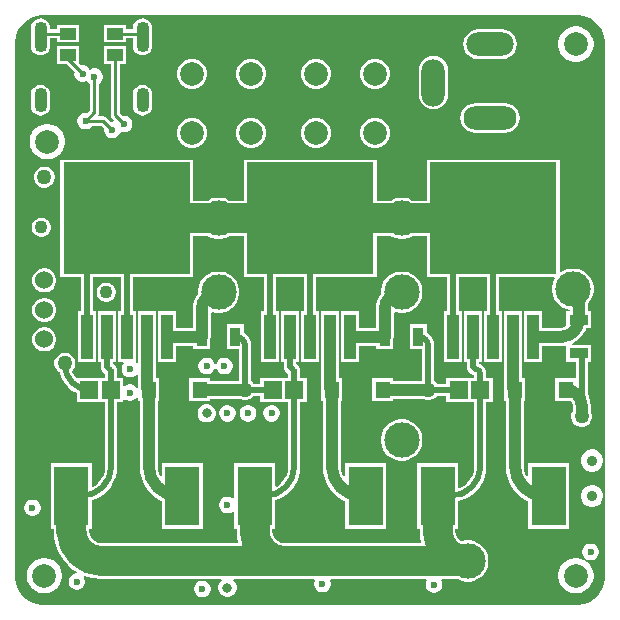
<source format=gbl>
G04*
G04 #@! TF.GenerationSoftware,Altium Limited,CircuitMaker,2.3.0 (2.3.0.3)*
G04*
G04 Layer_Physical_Order=6*
G04 Layer_Color=11436288*
%FSLAX25Y25*%
%MOIN*%
G70*
G04*
G04 #@! TF.SameCoordinates,16FC6845-B66D-4252-ADF8-C3080C0A7A4D*
G04*
G04*
G04 #@! TF.FilePolarity,Positive*
G04*
G01*
G75*
%ADD10C,0.01000*%
%ADD64C,0.09842*%
G04:AMPARAMS|DCode=66|XSize=82.68mil|YSize=43.31mil|CornerRadius=21.65mil|HoleSize=0mil|Usage=FLASHONLY|Rotation=270.000|XOffset=0mil|YOffset=0mil|HoleType=Round|Shape=RoundedRectangle|*
%AMROUNDEDRECTD66*
21,1,0.08268,0.00000,0,0,270.0*
21,1,0.03937,0.04331,0,0,270.0*
1,1,0.04331,0.00000,-0.01968*
1,1,0.04331,0.00000,0.01968*
1,1,0.04331,0.00000,0.01968*
1,1,0.04331,0.00000,-0.01968*
%
%ADD66ROUNDEDRECTD66*%
G04:AMPARAMS|DCode=67|XSize=102.36mil|YSize=43.31mil|CornerRadius=21.65mil|HoleSize=0mil|Usage=FLASHONLY|Rotation=270.000|XOffset=0mil|YOffset=0mil|HoleType=Round|Shape=RoundedRectangle|*
%AMROUNDEDRECTD67*
21,1,0.10236,0.00000,0,0,270.0*
21,1,0.05905,0.04331,0,0,270.0*
1,1,0.04331,0.00000,-0.02953*
1,1,0.04331,0.00000,0.02953*
1,1,0.04331,0.00000,0.02953*
1,1,0.04331,0.00000,-0.02953*
%
%ADD67ROUNDEDRECTD67*%
%ADD68C,0.03543*%
%ADD69C,0.06000*%
%ADD70O,0.07874X0.15748*%
%ADD71O,0.15748X0.07874*%
%ADD72O,0.17716X0.07874*%
%ADD73C,0.07874*%
%ADD74C,0.03150*%
%ADD75C,0.02362*%
%ADD76C,0.04331*%
%ADD77C,0.05000*%
%ADD78C,0.11811*%
%ADD89C,0.01968*%
%ADD94C,0.03937*%
%ADD95R,0.05000X0.05800*%
%ADD96R,0.06102X0.06102*%
%ADD97R,0.03543X0.06496*%
%ADD98R,0.06496X0.03543*%
%ADD99R,0.11811X0.19685*%
%ADD100R,0.05315X0.03937*%
%ADD101R,0.42323X0.37205*%
%ADD102R,0.03937X0.14961*%
G36*
X289767Y296466D02*
X291587Y295712D01*
X293225Y294618D01*
X294618Y293225D01*
X295712Y291587D01*
X296466Y289767D01*
X296850Y287835D01*
Y286850D01*
Y110000D01*
Y109015D01*
X296466Y107083D01*
X295712Y105263D01*
X294618Y103625D01*
X293225Y102233D01*
X291587Y101138D01*
X289767Y100384D01*
X287835Y100000D01*
X109015D01*
X107083Y100384D01*
X105263Y101138D01*
X103625Y102233D01*
X102233Y103625D01*
X101138Y105263D01*
X100384Y107083D01*
X100000Y109015D01*
Y110000D01*
Y169882D01*
Y286850D01*
Y287835D01*
X100384Y289767D01*
X101138Y291587D01*
X102233Y293225D01*
X103625Y294618D01*
X105263Y295712D01*
X107083Y296466D01*
X109015Y296850D01*
X287835D01*
X289767Y296466D01*
D02*
G37*
%LPC*%
G36*
X142598Y295594D02*
X141772Y295485D01*
X141002Y295166D01*
X140341Y294659D01*
X139833Y293998D01*
X139515Y293228D01*
X139406Y292402D01*
Y292081D01*
X137122D01*
Y293520D01*
X129807D01*
Y287583D01*
X137122D01*
Y289022D01*
X139406D01*
Y286496D01*
X139515Y285670D01*
X139833Y284900D01*
X140341Y284239D01*
X141002Y283731D01*
X141772Y283412D01*
X142598Y283303D01*
X143425Y283412D01*
X144195Y283731D01*
X144856Y284239D01*
X145363Y284900D01*
X145682Y285670D01*
X145791Y286496D01*
Y292402D01*
X145682Y293228D01*
X145363Y293998D01*
X144856Y294659D01*
X144195Y295166D01*
X143425Y295485D01*
X142598Y295594D01*
D02*
G37*
G36*
X108583D02*
X107756Y295485D01*
X106986Y295166D01*
X106325Y294659D01*
X105818Y293998D01*
X105499Y293228D01*
X105390Y292402D01*
Y286496D01*
X105499Y285670D01*
X105818Y284900D01*
X106325Y284239D01*
X106986Y283731D01*
X107756Y283412D01*
X108583Y283303D01*
X109409Y283412D01*
X110179Y283731D01*
X110840Y284239D01*
X111348Y284900D01*
X111667Y285670D01*
X111775Y286496D01*
Y289022D01*
X114059D01*
Y287583D01*
X121374D01*
Y293520D01*
X114059D01*
Y292081D01*
X111775D01*
Y292402D01*
X111667Y293228D01*
X111348Y293998D01*
X110840Y294659D01*
X110179Y295166D01*
X109409Y295485D01*
X108583Y295594D01*
D02*
G37*
G36*
X262402Y291987D02*
X254528D01*
X253239Y291818D01*
X252038Y291320D01*
X251006Y290529D01*
X250215Y289498D01*
X249718Y288297D01*
X249548Y287008D01*
X249718Y285719D01*
X250215Y284518D01*
X251006Y283487D01*
X252038Y282695D01*
X253239Y282198D01*
X254528Y282028D01*
X262402D01*
X263690Y282198D01*
X264891Y282695D01*
X265923Y283487D01*
X266714Y284518D01*
X267212Y285719D01*
X267381Y287008D01*
X267212Y288297D01*
X266714Y289498D01*
X265923Y290529D01*
X264891Y291320D01*
X263690Y291818D01*
X262402Y291987D01*
D02*
G37*
G36*
X287590Y292913D02*
X286426D01*
X285285Y292686D01*
X284211Y292241D01*
X283243Y291595D01*
X282421Y290772D01*
X281774Y289805D01*
X281329Y288730D01*
X281102Y287590D01*
Y286426D01*
X281329Y285285D01*
X281774Y284211D01*
X282421Y283243D01*
X283243Y282421D01*
X284211Y281774D01*
X285285Y281329D01*
X286426Y281102D01*
X287590D01*
X288730Y281329D01*
X289805Y281774D01*
X290772Y282421D01*
X291595Y283243D01*
X292241Y284211D01*
X292686Y285285D01*
X292913Y286426D01*
Y287590D01*
X292686Y288730D01*
X292241Y289805D01*
X291595Y290772D01*
X290772Y291595D01*
X289805Y292241D01*
X288730Y292686D01*
X287590Y292913D01*
D02*
G37*
G36*
X179390Y282102D02*
X178090D01*
X176835Y281766D01*
X175709Y281116D01*
X174790Y280197D01*
X174140Y279071D01*
X173803Y277815D01*
Y276515D01*
X174140Y275260D01*
X174790Y274134D01*
X175709Y273215D01*
X176835Y272565D01*
X178090Y272228D01*
X179390D01*
X180646Y272565D01*
X181772Y273215D01*
X182691Y274134D01*
X183341Y275260D01*
X183677Y276515D01*
Y277815D01*
X183341Y279071D01*
X182691Y280197D01*
X181772Y281116D01*
X180646Y281766D01*
X179390Y282102D01*
D02*
G37*
G36*
X159705D02*
X158405D01*
X157150Y281766D01*
X156024Y281116D01*
X155104Y280197D01*
X154455Y279071D01*
X154118Y277815D01*
Y276515D01*
X154455Y275260D01*
X155104Y274134D01*
X156024Y273215D01*
X157150Y272565D01*
X158405Y272228D01*
X159705D01*
X160961Y272565D01*
X162086Y273215D01*
X163006Y274134D01*
X163656Y275260D01*
X163992Y276515D01*
Y277815D01*
X163656Y279071D01*
X163006Y280197D01*
X162086Y281116D01*
X160961Y281766D01*
X159705Y282102D01*
D02*
G37*
G36*
X220729Y282102D02*
X219429D01*
X218173Y281766D01*
X217047Y281116D01*
X216128Y280197D01*
X215478Y279071D01*
X215142Y277815D01*
Y276515D01*
X215478Y275260D01*
X216128Y274134D01*
X217047Y273215D01*
X218173Y272565D01*
X219429Y272228D01*
X220729D01*
X221984Y272565D01*
X223110Y273215D01*
X224029Y274134D01*
X224679Y275260D01*
X225016Y276515D01*
Y277815D01*
X224679Y279071D01*
X224029Y280197D01*
X223110Y281116D01*
X221984Y281766D01*
X220729Y282102D01*
D02*
G37*
G36*
X201044D02*
X199744D01*
X198488Y281766D01*
X197362Y281116D01*
X196443Y280197D01*
X195793Y279071D01*
X195457Y277815D01*
Y276515D01*
X195793Y275260D01*
X196443Y274134D01*
X197362Y273215D01*
X198488Y272565D01*
X199744Y272228D01*
X201044D01*
X202299Y272565D01*
X203425Y273215D01*
X204344Y274134D01*
X204994Y275260D01*
X205331Y276515D01*
Y277815D01*
X204994Y279071D01*
X204344Y280197D01*
X203425Y281116D01*
X202299Y281766D01*
X201044Y282102D01*
D02*
G37*
G36*
X239567Y283129D02*
X238278Y282960D01*
X237077Y282462D01*
X236046Y281671D01*
X235255Y280639D01*
X234757Y279438D01*
X234587Y278150D01*
Y270276D01*
X234757Y268987D01*
X235255Y267786D01*
X236046Y266755D01*
X237077Y265963D01*
X238278Y265466D01*
X239567Y265296D01*
X240856Y265466D01*
X242057Y265963D01*
X243088Y266755D01*
X243879Y267786D01*
X244377Y268987D01*
X244547Y270276D01*
Y278150D01*
X244377Y279438D01*
X243879Y280639D01*
X243088Y281671D01*
X242057Y282462D01*
X240856Y282960D01*
X239567Y283129D01*
D02*
G37*
G36*
X121374Y286433D02*
X114059D01*
Y280496D01*
X117144D01*
X119931Y277710D01*
X119882Y277528D01*
Y276802D01*
X120070Y276102D01*
X120432Y275473D01*
X120946Y274960D01*
X121574Y274597D01*
X122275Y274410D01*
X123001D01*
X123702Y274597D01*
X124156Y274859D01*
X124370Y274489D01*
X124883Y273976D01*
X125045Y273882D01*
Y265004D01*
X124166Y264125D01*
X123985Y264173D01*
X123259D01*
X122558Y263985D01*
X121930Y263623D01*
X121417Y263109D01*
X121054Y262481D01*
X120866Y261780D01*
Y261054D01*
X121054Y260354D01*
X121417Y259725D01*
X121930Y259212D01*
X122558Y258849D01*
X123259Y258661D01*
X123985D01*
X124686Y258849D01*
X125314Y259212D01*
X125827Y259725D01*
X125921Y259888D01*
X128894D01*
X129773Y259009D01*
X129724Y258827D01*
Y258102D01*
X129912Y257401D01*
X130275Y256772D01*
X130788Y256259D01*
X131417Y255896D01*
X132117Y255709D01*
X132843D01*
X133544Y255896D01*
X134172Y256259D01*
X134686Y256772D01*
X135048Y257401D01*
X135074Y257497D01*
X135668Y257781D01*
X136055Y257677D01*
X136780D01*
X137481Y257865D01*
X138110Y258228D01*
X138623Y258741D01*
X138985Y259369D01*
X139173Y260070D01*
Y260796D01*
X138985Y261497D01*
X138623Y262125D01*
X138110Y262638D01*
X137481Y263001D01*
X136780Y263189D01*
X136055D01*
X135873Y263140D01*
X134994Y264019D01*
Y280496D01*
X137122D01*
Y286433D01*
X129807D01*
Y280496D01*
X131935D01*
Y263386D01*
X132052Y262801D01*
X132383Y262304D01*
X132988Y261699D01*
X132904Y261423D01*
X132760Y261221D01*
X132117D01*
X131936Y261172D01*
X130609Y262499D01*
X130113Y262830D01*
X129528Y262947D01*
X127976D01*
X127762Y263447D01*
X127988Y263785D01*
X128104Y264370D01*
Y273882D01*
X128267Y273976D01*
X128780Y274489D01*
X129143Y275117D01*
X129331Y275818D01*
Y276544D01*
X129143Y277245D01*
X128780Y277873D01*
X128267Y278386D01*
X127638Y278749D01*
X126938Y278937D01*
X126212D01*
X125511Y278749D01*
X125057Y278487D01*
X124843Y278857D01*
X124330Y279371D01*
X123702Y279733D01*
X123001Y279921D01*
X122275D01*
X122093Y279873D01*
X121374Y280592D01*
Y286433D01*
D02*
G37*
G36*
X142598Y273508D02*
X141772Y273399D01*
X141002Y273080D01*
X140341Y272572D01*
X139833Y271911D01*
X139515Y271141D01*
X139406Y270315D01*
Y266378D01*
X139515Y265552D01*
X139833Y264782D01*
X140341Y264120D01*
X141002Y263613D01*
X141772Y263294D01*
X142598Y263185D01*
X143425Y263294D01*
X144195Y263613D01*
X144856Y264120D01*
X145363Y264782D01*
X145682Y265552D01*
X145791Y266378D01*
Y270315D01*
X145682Y271141D01*
X145363Y271911D01*
X144856Y272572D01*
X144195Y273080D01*
X143425Y273399D01*
X142598Y273508D01*
D02*
G37*
G36*
X108583D02*
X107756Y273399D01*
X106986Y273080D01*
X106325Y272572D01*
X105818Y271911D01*
X105499Y271141D01*
X105390Y270315D01*
Y266378D01*
X105499Y265552D01*
X105818Y264782D01*
X106325Y264120D01*
X106986Y263613D01*
X107756Y263294D01*
X108583Y263185D01*
X109409Y263294D01*
X110179Y263613D01*
X110840Y264120D01*
X111348Y264782D01*
X111667Y265552D01*
X111775Y266378D01*
Y270315D01*
X111667Y271141D01*
X111348Y271911D01*
X110840Y272572D01*
X110179Y273080D01*
X109409Y273399D01*
X108583Y273508D01*
D02*
G37*
G36*
X263386Y267381D02*
X253543D01*
X252255Y267212D01*
X251054Y266714D01*
X250022Y265923D01*
X249231Y264891D01*
X248733Y263690D01*
X248564Y262402D01*
X248733Y261113D01*
X249231Y259912D01*
X250022Y258880D01*
X251054Y258089D01*
X252255Y257592D01*
X253543Y257422D01*
X263386D01*
X264675Y257592D01*
X265876Y258089D01*
X266907Y258880D01*
X267698Y259912D01*
X268196Y261113D01*
X268365Y262402D01*
X268196Y263690D01*
X267698Y264891D01*
X266907Y265923D01*
X265876Y266714D01*
X264675Y267212D01*
X263386Y267381D01*
D02*
G37*
G36*
X179390Y262417D02*
X178090D01*
X176835Y262081D01*
X175709Y261431D01*
X174790Y260512D01*
X174140Y259386D01*
X173803Y258130D01*
Y256830D01*
X174140Y255575D01*
X174790Y254449D01*
X175709Y253530D01*
X176835Y252880D01*
X178090Y252543D01*
X179390D01*
X180646Y252880D01*
X181772Y253530D01*
X182691Y254449D01*
X183341Y255575D01*
X183677Y256830D01*
Y258130D01*
X183341Y259386D01*
X182691Y260512D01*
X181772Y261431D01*
X180646Y262081D01*
X179390Y262417D01*
D02*
G37*
G36*
X159705D02*
X158405D01*
X157150Y262081D01*
X156024Y261431D01*
X155104Y260512D01*
X154455Y259386D01*
X154118Y258130D01*
Y256830D01*
X154455Y255575D01*
X155104Y254449D01*
X156024Y253530D01*
X157150Y252880D01*
X158405Y252543D01*
X159705D01*
X160961Y252880D01*
X162086Y253530D01*
X163006Y254449D01*
X163656Y255575D01*
X163992Y256830D01*
Y258130D01*
X163656Y259386D01*
X163006Y260512D01*
X162086Y261431D01*
X160961Y262081D01*
X159705Y262417D01*
D02*
G37*
G36*
X220729Y262417D02*
X219429D01*
X218173Y262081D01*
X217047Y261431D01*
X216128Y260512D01*
X215478Y259386D01*
X215142Y258130D01*
Y256830D01*
X215478Y255575D01*
X216128Y254449D01*
X217047Y253530D01*
X218173Y252880D01*
X219429Y252543D01*
X220729D01*
X221984Y252880D01*
X223110Y253530D01*
X224029Y254449D01*
X224679Y255575D01*
X225016Y256830D01*
Y258130D01*
X224679Y259386D01*
X224029Y260512D01*
X223110Y261431D01*
X221984Y262081D01*
X220729Y262417D01*
D02*
G37*
G36*
X201044D02*
X199744D01*
X198488Y262081D01*
X197362Y261431D01*
X196443Y260512D01*
X195793Y259386D01*
X195457Y258130D01*
Y256830D01*
X195793Y255575D01*
X196443Y254449D01*
X197362Y253530D01*
X198488Y252880D01*
X199744Y252543D01*
X201044D01*
X202299Y252880D01*
X203425Y253530D01*
X204344Y254449D01*
X204994Y255575D01*
X205331Y256830D01*
Y258130D01*
X204994Y259386D01*
X204344Y260512D01*
X203425Y261431D01*
X202299Y262081D01*
X201044Y262417D01*
D02*
G37*
G36*
X111408Y260433D02*
X110245D01*
X109104Y260206D01*
X108029Y259761D01*
X107062Y259115D01*
X106240Y258292D01*
X105593Y257325D01*
X105148Y256250D01*
X104921Y255109D01*
Y253946D01*
X105148Y252805D01*
X105593Y251730D01*
X106240Y250763D01*
X107062Y249940D01*
X108029Y249294D01*
X109104Y248849D01*
X110245Y248622D01*
X111408D01*
X112549Y248849D01*
X113624Y249294D01*
X114591Y249940D01*
X115414Y250763D01*
X116060Y251730D01*
X116505Y252805D01*
X116732Y253946D01*
Y255109D01*
X116505Y256250D01*
X116060Y257325D01*
X115414Y258292D01*
X114591Y259115D01*
X113624Y259761D01*
X112549Y260206D01*
X111408Y260433D01*
D02*
G37*
G36*
X110303Y246217D02*
X109382D01*
X108492Y245978D01*
X107694Y245517D01*
X107042Y244866D01*
X106581Y244068D01*
X106342Y243177D01*
Y242256D01*
X106581Y241366D01*
X107042Y240567D01*
X107694Y239916D01*
X108492Y239455D01*
X109382Y239216D01*
X110303D01*
X111194Y239455D01*
X111992Y239916D01*
X112643Y240567D01*
X113104Y241366D01*
X113342Y242256D01*
Y243177D01*
X113104Y244068D01*
X112643Y244866D01*
X111992Y245517D01*
X111194Y245978D01*
X110303Y246217D01*
D02*
G37*
G36*
X109275Y229150D02*
X108441D01*
X107636Y228934D01*
X106915Y228517D01*
X106325Y227928D01*
X105909Y227206D01*
X105693Y226401D01*
Y225568D01*
X105909Y224763D01*
X106325Y224041D01*
X106915Y223451D01*
X107636Y223035D01*
X108441Y222819D01*
X109275D01*
X110080Y223035D01*
X110802Y223451D01*
X111391Y224041D01*
X111808Y224763D01*
X112024Y225568D01*
Y226401D01*
X111808Y227206D01*
X111391Y227928D01*
X110802Y228517D01*
X110080Y228934D01*
X109275Y229150D01*
D02*
G37*
G36*
X110369Y212268D02*
X109316D01*
X108299Y211995D01*
X107387Y211469D01*
X106642Y210724D01*
X106115Y209812D01*
X105842Y208794D01*
Y207741D01*
X106115Y206724D01*
X106642Y205812D01*
X107387Y205067D01*
X108299Y204540D01*
X109316Y204268D01*
X110369D01*
X111387Y204540D01*
X112299Y205067D01*
X113043Y205812D01*
X113570Y206724D01*
X113842Y207741D01*
Y208794D01*
X113570Y209812D01*
X113043Y210724D01*
X112299Y211469D01*
X111387Y211995D01*
X110369Y212268D01*
D02*
G37*
G36*
X130929Y207496D02*
X130095D01*
X129290Y207280D01*
X128568Y206864D01*
X127979Y206274D01*
X127562Y205553D01*
X127347Y204747D01*
Y203914D01*
X127562Y203109D01*
X127979Y202387D01*
X128568Y201798D01*
X129290Y201381D01*
X130095Y201165D01*
X130929D01*
X131734Y201381D01*
X132455Y201798D01*
X133045Y202387D01*
X133461Y203109D01*
X133677Y203914D01*
Y204747D01*
X133461Y205553D01*
X133045Y206274D01*
X132455Y206864D01*
X131734Y207280D01*
X130929Y207496D01*
D02*
G37*
G36*
X110369Y202425D02*
X109316D01*
X108299Y202153D01*
X107387Y201626D01*
X106642Y200881D01*
X106115Y199969D01*
X105842Y198952D01*
Y197899D01*
X106115Y196881D01*
X106642Y195969D01*
X107387Y195224D01*
X108299Y194698D01*
X109316Y194425D01*
X110369D01*
X111387Y194698D01*
X112299Y195224D01*
X113043Y195969D01*
X113570Y196881D01*
X113842Y197899D01*
Y198952D01*
X113570Y199969D01*
X113043Y200881D01*
X112299Y201626D01*
X111387Y202153D01*
X110369Y202425D01*
D02*
G37*
G36*
X229617Y211236D02*
X228257D01*
X226923Y210971D01*
X225666Y210450D01*
X224535Y209695D01*
X223573Y208733D01*
X222817Y207602D01*
X222297Y206345D01*
X222031Y205011D01*
Y203829D01*
X221769Y203510D01*
X220973Y202019D01*
X220482Y200402D01*
X220317Y198721D01*
X220333D01*
Y192561D01*
X214779D01*
Y198047D01*
X208842D01*
Y189761D01*
X208817Y189567D01*
X208842Y189372D01*
Y181087D01*
X214779D01*
Y186573D01*
X220555D01*
Y185319D01*
X226098D01*
Y188501D01*
X226219Y188792D01*
X226321Y189567D01*
Y197490D01*
X226737Y197768D01*
X226923Y197691D01*
X228257Y197425D01*
X229617D01*
X230951Y197691D01*
X232208Y198211D01*
X233339Y198967D01*
X234301Y199929D01*
X235057Y201060D01*
X235577Y202316D01*
X235842Y203651D01*
Y205011D01*
X235577Y206345D01*
X235057Y207602D01*
X234301Y208733D01*
X233339Y209695D01*
X232208Y210450D01*
X230951Y210971D01*
X229617Y211236D01*
D02*
G37*
G36*
X168594D02*
X167233D01*
X165899Y210971D01*
X164642Y210450D01*
X163511Y209695D01*
X162549Y208733D01*
X161794Y207602D01*
X161273Y206345D01*
X161008Y205011D01*
Y203829D01*
X160746Y203510D01*
X159949Y202019D01*
X159459Y200402D01*
X159293Y198721D01*
X159309D01*
Y192561D01*
X153756D01*
Y198047D01*
X147819D01*
Y189761D01*
X147793Y189567D01*
X147819Y189372D01*
Y181087D01*
X153756D01*
Y186573D01*
X159531D01*
Y185319D01*
X165075D01*
Y188501D01*
X165195Y188792D01*
X165297Y189567D01*
Y197490D01*
X165713Y197768D01*
X165899Y197691D01*
X167233Y197425D01*
X168594D01*
X169928Y197691D01*
X171184Y198211D01*
X172315Y198967D01*
X173277Y199929D01*
X174033Y201060D01*
X174554Y202316D01*
X174819Y203651D01*
Y205011D01*
X174554Y206345D01*
X174033Y207602D01*
X173277Y208733D01*
X172315Y209695D01*
X171184Y210450D01*
X169928Y210971D01*
X168594Y211236D01*
D02*
G37*
G36*
X159563Y248539D02*
X115240D01*
Y209335D01*
X121993D01*
Y198047D01*
X121047D01*
Y181087D01*
X126984D01*
Y198047D01*
X126039D01*
Y209335D01*
X135378D01*
Y198047D01*
X134433D01*
Y181087D01*
X136128D01*
X136335Y180587D01*
X136181Y180432D01*
X135818Y179804D01*
X135630Y179103D01*
Y178377D01*
X135818Y177676D01*
X136181Y177048D01*
X136694Y176535D01*
X137322Y176172D01*
X138023Y175984D01*
X138749D01*
X139450Y176172D01*
X140078Y176535D01*
X140591Y177048D01*
X140600Y177064D01*
X141100Y176930D01*
Y172676D01*
X140600Y172542D01*
X140591Y172558D01*
X140078Y173071D01*
X139450Y173434D01*
X138749Y173622D01*
X138023D01*
X137322Y173434D01*
X136736Y173096D01*
X136431Y173180D01*
X136236Y173261D01*
Y175902D01*
X134208D01*
Y178051D01*
X134161Y178286D01*
X134100Y178749D01*
X133831Y179399D01*
X133403Y179958D01*
X132844Y180386D01*
X132732Y180433D01*
Y181087D01*
X133677D01*
Y198047D01*
X127740D01*
Y181087D01*
X128685D01*
Y179528D01*
X128730Y179305D01*
X128796Y178804D01*
X129075Y178130D01*
X129519Y177551D01*
X130098Y177106D01*
X130162Y177080D01*
Y175902D01*
X120850D01*
X120850Y175902D01*
Y175902D01*
X120350Y175895D01*
X119776Y176595D01*
X119206Y177661D01*
X119073Y178100D01*
X119533Y178560D01*
X119994Y179358D01*
X120232Y180248D01*
Y181169D01*
X119994Y182060D01*
X119533Y182858D01*
X118881Y183509D01*
X118083Y183970D01*
X117193Y184209D01*
X116271D01*
X115381Y183970D01*
X114583Y183509D01*
X113932Y182858D01*
X113471Y182060D01*
X113232Y181169D01*
Y180248D01*
X113471Y179358D01*
X113932Y178560D01*
X114583Y177908D01*
X115006Y177664D01*
X115475Y176115D01*
X116418Y174351D01*
X117687Y172805D01*
X119233Y171537D01*
X120850Y170672D01*
Y167799D01*
X130162D01*
Y146417D01*
X130180Y146325D01*
X130035Y144856D01*
X129580Y143354D01*
X128840Y141970D01*
X127845Y140757D01*
X126632Y139762D01*
X126232Y139548D01*
X125803Y139805D01*
Y147260D01*
X111992D01*
Y125575D01*
X112948D01*
Y124764D01*
X112927D01*
X113124Y122265D01*
X113709Y119829D01*
X114668Y117513D01*
X115977Y115377D01*
X117605Y113471D01*
X119510Y111843D01*
X120675Y111130D01*
X120534Y110630D01*
X120307D01*
X119606Y110442D01*
X118977Y110079D01*
X118464Y109566D01*
X118101Y108938D01*
X117913Y108237D01*
Y107511D01*
X118101Y106810D01*
X118464Y106182D01*
X118977Y105669D01*
X119606Y105306D01*
X120307Y105118D01*
X121032D01*
X121733Y105306D01*
X122361Y105669D01*
X122875Y106182D01*
X123237Y106810D01*
X123425Y107511D01*
Y108237D01*
X123237Y108938D01*
X122937Y109459D01*
X123175Y109811D01*
X123248Y109871D01*
X123962Y109575D01*
X126399Y108990D01*
X128898Y108793D01*
Y108814D01*
X168801D01*
X168946Y108462D01*
X168959Y108314D01*
X168425Y107779D01*
X168023Y107083D01*
X167815Y106307D01*
Y105504D01*
X168023Y104728D01*
X168425Y104032D01*
X168993Y103464D01*
X169688Y103062D01*
X170465Y102854D01*
X171268D01*
X172044Y103062D01*
X172740Y103464D01*
X173308Y104032D01*
X173709Y104728D01*
X173917Y105504D01*
Y106307D01*
X173709Y107083D01*
X173308Y107779D01*
X172773Y108314D01*
X172787Y108462D01*
X172931Y108814D01*
X189660D01*
X189921Y108793D01*
Y108814D01*
X199797D01*
X200085Y108314D01*
X199991Y108150D01*
X199803Y107449D01*
Y106724D01*
X199991Y106023D01*
X200354Y105394D01*
X200867Y104881D01*
X201495Y104518D01*
X202196Y104331D01*
X202922D01*
X203623Y104518D01*
X204251Y104881D01*
X204764Y105394D01*
X205127Y106023D01*
X205315Y106724D01*
Y107449D01*
X205127Y108150D01*
X205033Y108314D01*
X205321Y108814D01*
X237115D01*
X237404Y108314D01*
X237196Y107954D01*
X237008Y107253D01*
Y106527D01*
X237196Y105826D01*
X237559Y105198D01*
X238072Y104684D01*
X238700Y104322D01*
X239401Y104134D01*
X240127D01*
X240827Y104322D01*
X241456Y104684D01*
X241969Y105198D01*
X242332Y105826D01*
X242520Y106527D01*
Y107253D01*
X242332Y107954D01*
X242124Y108314D01*
X242412Y108814D01*
X247420D01*
X247674Y108644D01*
X248931Y108124D01*
X250265Y107858D01*
X251625D01*
X252959Y108124D01*
X254216Y108644D01*
X255347Y109400D01*
X256309Y110362D01*
X257065Y111493D01*
X257585Y112750D01*
X257850Y114084D01*
Y115444D01*
X257585Y116778D01*
X257065Y118035D01*
X256309Y119166D01*
X255347Y120128D01*
X254216Y120883D01*
X252959Y121404D01*
X251625Y121669D01*
X250265D01*
X248931Y121404D01*
X248784Y121343D01*
X248072Y121890D01*
X247426Y122732D01*
X247020Y123712D01*
X246889Y124706D01*
X246895Y124764D01*
Y125575D01*
X247850D01*
Y134725D01*
X248931Y134984D01*
X250674Y135706D01*
X252283Y136692D01*
X253717Y137917D01*
X254942Y139351D01*
X255928Y140960D01*
X256649Y142702D01*
X257090Y144537D01*
X257237Y146402D01*
X257240Y146417D01*
Y167799D01*
X259268D01*
Y175902D01*
X257240D01*
Y177067D01*
X257218Y177176D01*
X257107Y178022D01*
X256738Y178911D01*
X256152Y179675D01*
X255388Y180262D01*
X254779Y180514D01*
Y181087D01*
X255724D01*
Y198047D01*
X249787D01*
Y181087D01*
X250733D01*
Y179528D01*
X250777Y179305D01*
X250843Y178804D01*
X251122Y178130D01*
X251567Y177551D01*
X252146Y177106D01*
X252820Y176827D01*
X253193Y176778D01*
Y175902D01*
X243882D01*
Y173873D01*
X240669D01*
X240596Y173999D01*
X239944Y174651D01*
X239818Y174724D01*
Y186319D01*
X239825D01*
X239645Y187685D01*
X239118Y188958D01*
X238279Y190051D01*
X237319Y190787D01*
Y193815D01*
X231776D01*
Y185319D01*
X235772D01*
Y174845D01*
X226138D01*
Y175750D01*
X219138D01*
Y167950D01*
X226138D01*
Y168856D01*
X235981D01*
X236444Y168589D01*
X237334Y168350D01*
X238256D01*
X239146Y168589D01*
X239944Y169050D01*
X240596Y169701D01*
X240669Y169827D01*
X243882D01*
Y167799D01*
X253193D01*
Y146417D01*
X253212Y146325D01*
X253067Y144856D01*
X252611Y143354D01*
X251872Y141970D01*
X250876Y140757D01*
X249663Y139762D01*
X248350Y139060D01*
X248058Y139158D01*
X247850Y139312D01*
Y147260D01*
X234039D01*
Y125575D01*
X234995D01*
Y124764D01*
X234974D01*
X235171Y122265D01*
X235449Y121106D01*
X235140Y120714D01*
X189819D01*
X188870Y120839D01*
X187890Y121245D01*
X187048Y121890D01*
X186402Y122732D01*
X185996Y123712D01*
X185865Y124706D01*
X185871Y124764D01*
Y125575D01*
X186827D01*
Y134961D01*
X186924Y134984D01*
X188666Y135706D01*
X190275Y136692D01*
X191709Y137917D01*
X192934Y139351D01*
X193920Y140960D01*
X194642Y142702D01*
X195082Y144537D01*
X195229Y146402D01*
X195232Y146417D01*
Y167799D01*
X197260D01*
Y175902D01*
X195232D01*
Y178051D01*
X195185Y178286D01*
X195124Y178749D01*
X194855Y179399D01*
X194426Y179958D01*
X193868Y180386D01*
X193755Y180433D01*
Y181087D01*
X194701D01*
Y198047D01*
X188764D01*
Y181087D01*
X189709D01*
Y179527D01*
X189753Y179305D01*
X189819Y178804D01*
X190099Y178130D01*
X190543Y177551D01*
X191122Y177106D01*
X191185Y177080D01*
Y175902D01*
X181874D01*
Y173873D01*
X179645D01*
X179572Y173999D01*
X178921Y174651D01*
X178795Y174724D01*
Y186319D01*
X178801D01*
X178621Y187685D01*
X178094Y188958D01*
X177255Y190051D01*
X176295Y190787D01*
Y193815D01*
X170752D01*
Y185319D01*
X174749D01*
Y174845D01*
X165114D01*
Y175750D01*
X158114D01*
Y167950D01*
X165114D01*
Y168856D01*
X174958D01*
X175421Y168589D01*
X176311Y168350D01*
X177232D01*
X178123Y168589D01*
X178921Y169050D01*
X179572Y169701D01*
X179645Y169827D01*
X181874D01*
Y167799D01*
X191185D01*
Y146417D01*
X191204Y146325D01*
X191059Y144856D01*
X190604Y143354D01*
X189864Y141970D01*
X188869Y140757D01*
X187656Y139762D01*
X187256Y139548D01*
X186827Y139805D01*
Y147260D01*
X173016D01*
Y135859D01*
X172821Y135779D01*
X172516Y135694D01*
X171930Y136033D01*
X171229Y136221D01*
X170503D01*
X169802Y136033D01*
X169174Y135670D01*
X168661Y135157D01*
X168298Y134528D01*
X168110Y133827D01*
Y133102D01*
X168298Y132401D01*
X168661Y131772D01*
X169174Y131259D01*
X169802Y130896D01*
X170503Y130709D01*
X171229D01*
X171930Y130896D01*
X172516Y131235D01*
X172821Y131150D01*
X173016Y131070D01*
Y125575D01*
X173971D01*
Y124764D01*
X173951D01*
X174147Y122265D01*
X174426Y121106D01*
X174116Y120714D01*
X128898D01*
X128839Y120708D01*
X127846Y120839D01*
X126866Y121245D01*
X126024Y121890D01*
X125379Y122732D01*
X124973Y123712D01*
X124842Y124706D01*
X124848Y124764D01*
Y125575D01*
X125803D01*
Y134961D01*
X125900Y134984D01*
X127643Y135706D01*
X129251Y136692D01*
X130685Y137917D01*
X131911Y139351D01*
X132896Y140960D01*
X133618Y142702D01*
X134058Y144537D01*
X134205Y146402D01*
X134208Y146417D01*
Y167799D01*
X136236D01*
Y168471D01*
X136431Y168552D01*
X136736Y168636D01*
X137322Y168298D01*
X138023Y168110D01*
X138749D01*
X139450Y168298D01*
X140078Y168661D01*
X140591Y169174D01*
X140650Y169275D01*
X141150Y169141D01*
Y167950D01*
X141656D01*
Y146417D01*
X141641D01*
X141801Y144382D01*
X142278Y142397D01*
X143059Y140512D01*
X144125Y138771D01*
X145451Y137219D01*
X147003Y135893D01*
X148744Y134827D01*
X149000Y134721D01*
Y125575D01*
X162811D01*
Y147260D01*
X149000D01*
Y143237D01*
X148500Y143112D01*
X148168Y143733D01*
X147769Y145049D01*
X147638Y146377D01*
X147644Y146417D01*
Y167950D01*
X148150D01*
Y175750D01*
X147089D01*
Y189567D01*
X147063Y189761D01*
Y198047D01*
X141126D01*
Y189761D01*
X141100Y189567D01*
Y180935D01*
X140601Y180685D01*
X140370Y181087D01*
X140370Y181087D01*
X140370Y181087D01*
Y198047D01*
X139425D01*
Y209335D01*
X159563D01*
Y222987D01*
X164389D01*
X164642Y222817D01*
X165899Y222297D01*
X167233Y222031D01*
X168594D01*
X169928Y222297D01*
X171184Y222817D01*
X171438Y222987D01*
X176264D01*
Y209335D01*
X183016D01*
Y198047D01*
X182071D01*
Y181087D01*
X188008D01*
Y198047D01*
X187063D01*
Y209335D01*
X196402D01*
Y198047D01*
X195457D01*
Y181087D01*
X201394D01*
Y198047D01*
X200448D01*
Y209335D01*
X220587D01*
Y222987D01*
X225412D01*
X225666Y222817D01*
X226923Y222297D01*
X228257Y222031D01*
X229617D01*
X230951Y222297D01*
X232208Y222817D01*
X232462Y222987D01*
X237287D01*
Y209335D01*
X244040D01*
Y198047D01*
X243094D01*
Y181087D01*
X249031D01*
Y198047D01*
X248086D01*
Y209335D01*
X257426D01*
Y198047D01*
X256480D01*
Y181087D01*
X262417D01*
Y198047D01*
X261472D01*
Y209335D01*
X279874D01*
X280110Y208894D01*
X279904Y208586D01*
X279383Y207329D01*
X279118Y205995D01*
Y204635D01*
X279383Y203301D01*
X279904Y202044D01*
X280660Y200913D01*
X281622Y199951D01*
X282753Y199195D01*
X284009Y198675D01*
X284998Y198478D01*
Y197949D01*
X283744D01*
Y192956D01*
X283689Y192913D01*
X283059Y192652D01*
X282382Y192563D01*
Y192561D01*
X275803D01*
Y198047D01*
X269866D01*
Y189761D01*
X269841Y189567D01*
X269866Y189372D01*
Y181087D01*
X275803D01*
Y186573D01*
X282382D01*
Y186557D01*
X283374Y186655D01*
X283744Y186319D01*
Y181185D01*
X286953D01*
Y175750D01*
X280161D01*
Y167950D01*
X285478D01*
X285825Y167431D01*
X285991Y166598D01*
X285982Y166535D01*
Y164806D01*
X285715Y164343D01*
X285476Y163453D01*
Y162531D01*
X285715Y161641D01*
X286176Y160843D01*
X286827Y160191D01*
X287625Y159731D01*
X288516Y159492D01*
X289437D01*
X290327Y159731D01*
X291125Y160191D01*
X291777Y160843D01*
X292238Y161641D01*
X292476Y162531D01*
Y163453D01*
X292238Y164343D01*
X291970Y164806D01*
Y166535D01*
X291985D01*
X291825Y168159D01*
X291351Y169721D01*
X291000Y170379D01*
Y181185D01*
X292240D01*
Y186728D01*
X285753D01*
X285681Y187213D01*
X287171Y188010D01*
X288477Y189082D01*
X289549Y190388D01*
X290346Y191878D01*
X290506Y192405D01*
X292240D01*
Y197949D01*
X290986D01*
Y200512D01*
X291388Y200913D01*
X292143Y202044D01*
X292664Y203301D01*
X292929Y204635D01*
Y205995D01*
X292664Y207329D01*
X292143Y208586D01*
X291388Y209717D01*
X290426Y210679D01*
X289295Y211435D01*
X288038Y211955D01*
X286704Y212221D01*
X285344D01*
X284009Y211955D01*
X282753Y211435D01*
X282110Y211005D01*
X281610Y211273D01*
Y248539D01*
X237287D01*
Y234887D01*
X232462D01*
X232208Y235057D01*
X230951Y235577D01*
X229617Y235842D01*
X228257D01*
X226923Y235577D01*
X225666Y235057D01*
X225412Y234887D01*
X220587D01*
Y248539D01*
X176264D01*
Y234887D01*
X171438D01*
X171184Y235057D01*
X169928Y235577D01*
X168594Y235842D01*
X167233D01*
X165899Y235577D01*
X164642Y235057D01*
X164389Y234887D01*
X159563D01*
Y248539D01*
D02*
G37*
G36*
X110369Y192583D02*
X109316D01*
X108299Y192310D01*
X107387Y191783D01*
X106642Y191039D01*
X106115Y190127D01*
X105842Y189109D01*
Y188056D01*
X106115Y187039D01*
X106642Y186127D01*
X107387Y185382D01*
X108299Y184855D01*
X109316Y184583D01*
X110369D01*
X111387Y184855D01*
X112299Y185382D01*
X113043Y186127D01*
X113570Y187039D01*
X113842Y188056D01*
Y189109D01*
X113570Y190127D01*
X113043Y191039D01*
X112299Y191783D01*
X111387Y192310D01*
X110369Y192583D01*
D02*
G37*
G36*
X170245Y182480D02*
X169519D01*
X168818Y182292D01*
X168190Y181930D01*
X167677Y181417D01*
X167314Y180788D01*
X167188Y180318D01*
X166670D01*
X166544Y180788D01*
X166182Y181417D01*
X165668Y181930D01*
X165040Y182292D01*
X164339Y182480D01*
X163614D01*
X162913Y182292D01*
X162284Y181930D01*
X161771Y181417D01*
X161408Y180788D01*
X161221Y180087D01*
Y179362D01*
X161408Y178661D01*
X161771Y178032D01*
X162284Y177519D01*
X162913Y177156D01*
X163614Y176969D01*
X164339D01*
X165040Y177156D01*
X165668Y177519D01*
X166182Y178032D01*
X166544Y178661D01*
X166670Y179130D01*
X167188D01*
X167314Y178661D01*
X167677Y178032D01*
X168190Y177519D01*
X168818Y177156D01*
X169519Y176969D01*
X170245D01*
X170946Y177156D01*
X171574Y177519D01*
X172087Y178032D01*
X172450Y178661D01*
X172638Y179362D01*
Y180087D01*
X172450Y180788D01*
X172087Y181417D01*
X171574Y181930D01*
X170946Y182292D01*
X170245Y182480D01*
D02*
G37*
G36*
X185993Y166732D02*
X185267D01*
X184566Y166544D01*
X183938Y166182D01*
X183425Y165668D01*
X183062Y165040D01*
X182874Y164339D01*
Y163614D01*
X183062Y162913D01*
X183425Y162284D01*
X183938Y161771D01*
X184566Y161408D01*
X185267Y161221D01*
X185993D01*
X186694Y161408D01*
X187322Y161771D01*
X187835Y162284D01*
X188198Y162913D01*
X188386Y163614D01*
Y164339D01*
X188198Y165040D01*
X187835Y165668D01*
X187322Y166182D01*
X186694Y166544D01*
X185993Y166732D01*
D02*
G37*
G36*
X178119D02*
X177393D01*
X176692Y166544D01*
X176064Y166182D01*
X175551Y165668D01*
X175188Y165040D01*
X175000Y164339D01*
Y163614D01*
X175188Y162913D01*
X175551Y162284D01*
X176064Y161771D01*
X176692Y161408D01*
X177393Y161221D01*
X178119D01*
X178820Y161408D01*
X179448Y161771D01*
X179961Y162284D01*
X180324Y162913D01*
X180512Y163614D01*
Y164339D01*
X180324Y165040D01*
X179961Y165668D01*
X179448Y166182D01*
X178820Y166544D01*
X178119Y166732D01*
D02*
G37*
G36*
X171229D02*
X170503D01*
X169802Y166544D01*
X169174Y166182D01*
X168661Y165668D01*
X168298Y165040D01*
X168110Y164339D01*
Y163614D01*
X168298Y162913D01*
X168661Y162284D01*
X169174Y161771D01*
X169802Y161408D01*
X170503Y161221D01*
X171229D01*
X171930Y161408D01*
X172558Y161771D01*
X173071Y162284D01*
X173434Y162913D01*
X173622Y163614D01*
Y164339D01*
X173434Y165040D01*
X173071Y165668D01*
X172558Y166182D01*
X171930Y166544D01*
X171229Y166732D01*
D02*
G37*
G36*
X164378Y167027D02*
X163575D01*
X162799Y166820D01*
X162103Y166418D01*
X161535Y165850D01*
X161133Y165154D01*
X160925Y164378D01*
Y163575D01*
X161133Y162799D01*
X161535Y162103D01*
X162103Y161535D01*
X162799Y161133D01*
X163575Y160925D01*
X164378D01*
X165154Y161133D01*
X165850Y161535D01*
X166418Y162103D01*
X166820Y162799D01*
X167027Y163575D01*
Y164378D01*
X166820Y165154D01*
X166418Y165850D01*
X165850Y166418D01*
X165154Y166820D01*
X164378Y167027D01*
D02*
G37*
G36*
X229617Y162024D02*
X228257D01*
X226923Y161758D01*
X225666Y161238D01*
X224535Y160482D01*
X223573Y159520D01*
X222817Y158389D01*
X222297Y157132D01*
X222031Y155798D01*
Y154438D01*
X222297Y153104D01*
X222817Y151847D01*
X223573Y150716D01*
X224535Y149754D01*
X225666Y148998D01*
X226923Y148478D01*
X228257Y148213D01*
X229617D01*
X230951Y148478D01*
X232208Y148998D01*
X233339Y149754D01*
X234301Y150716D01*
X235057Y151847D01*
X235577Y153104D01*
X235842Y154438D01*
Y155798D01*
X235577Y157132D01*
X235057Y158389D01*
X234301Y159520D01*
X233339Y160482D01*
X232208Y161238D01*
X230951Y161758D01*
X229617Y162024D01*
D02*
G37*
G36*
X292914Y151969D02*
X291929D01*
X290978Y151714D01*
X290125Y151221D01*
X289428Y150525D01*
X288936Y149672D01*
X288681Y148721D01*
Y147736D01*
X288936Y146785D01*
X289428Y145932D01*
X290125Y145236D01*
X290978Y144743D01*
X291929Y144488D01*
X292914D01*
X293865Y144743D01*
X294718Y145236D01*
X295414Y145932D01*
X295906Y146785D01*
X296161Y147736D01*
Y148721D01*
X295906Y149672D01*
X295414Y150525D01*
X294718Y151221D01*
X293865Y151714D01*
X292914Y151969D01*
D02*
G37*
G36*
Y140157D02*
X291929D01*
X290978Y139903D01*
X290125Y139410D01*
X289428Y138714D01*
X288936Y137861D01*
X288681Y136910D01*
Y135925D01*
X288936Y134974D01*
X289428Y134121D01*
X290125Y133424D01*
X290978Y132932D01*
X291929Y132677D01*
X292914D01*
X293865Y132932D01*
X294718Y133424D01*
X295414Y134121D01*
X295906Y134974D01*
X296161Y135925D01*
Y136910D01*
X295906Y137861D01*
X295414Y138714D01*
X294718Y139410D01*
X293865Y139903D01*
X292914Y140157D01*
D02*
G37*
G36*
X106268Y135236D02*
X105543D01*
X104842Y135048D01*
X104213Y134686D01*
X103700Y134172D01*
X103337Y133544D01*
X103150Y132843D01*
Y132117D01*
X103337Y131417D01*
X103700Y130788D01*
X104213Y130275D01*
X104842Y129912D01*
X105543Y129724D01*
X106268D01*
X106969Y129912D01*
X107598Y130275D01*
X108111Y130788D01*
X108474Y131417D01*
X108661Y132117D01*
Y132843D01*
X108474Y133544D01*
X108111Y134172D01*
X107598Y134686D01*
X106969Y135048D01*
X106268Y135236D01*
D02*
G37*
G36*
X269110Y198047D02*
X263173D01*
Y189761D01*
X263148Y189567D01*
Y172406D01*
X263143D01*
X263197Y171995D01*
Y167950D01*
X263703D01*
Y146417D01*
X263688D01*
X263848Y144382D01*
X264325Y142397D01*
X265106Y140512D01*
X266173Y138771D01*
X267498Y137219D01*
X269051Y135893D01*
X270791Y134827D01*
X271047Y134721D01*
Y125575D01*
X284858D01*
Y147260D01*
X271047D01*
Y143237D01*
X270547Y143112D01*
X270216Y143733D01*
X269816Y145049D01*
X269686Y146377D01*
X269691Y146417D01*
Y167950D01*
X270197D01*
Y175750D01*
X269136D01*
Y189567D01*
X269110Y189761D01*
Y198047D01*
D02*
G37*
G36*
X208087D02*
X202150D01*
Y189761D01*
X202124Y189567D01*
Y172406D01*
X202173Y172032D01*
Y167950D01*
X202679D01*
Y146417D01*
X202665D01*
X202825Y144382D01*
X203301Y142397D01*
X204082Y140512D01*
X205149Y138771D01*
X206475Y137219D01*
X208027Y135893D01*
X209768Y134827D01*
X210024Y134721D01*
Y125575D01*
X223835D01*
Y147260D01*
X210024D01*
Y143237D01*
X209524Y143112D01*
X209192Y143733D01*
X208793Y145049D01*
X208662Y146377D01*
X208667Y146417D01*
Y167950D01*
X209173D01*
Y175750D01*
X208112D01*
Y189567D01*
X208087Y189761D01*
Y198047D01*
D02*
G37*
G36*
X292292Y120472D02*
X291566D01*
X290865Y120285D01*
X290237Y119922D01*
X289724Y119409D01*
X289361Y118780D01*
X289173Y118079D01*
Y117354D01*
X289361Y116653D01*
X289724Y116024D01*
X290237Y115511D01*
X290865Y115148D01*
X291566Y114961D01*
X292292D01*
X292993Y115148D01*
X293621Y115511D01*
X294134Y116024D01*
X294497Y116653D01*
X294685Y117354D01*
Y118079D01*
X294497Y118780D01*
X294134Y119409D01*
X293621Y119922D01*
X292993Y120285D01*
X292292Y120472D01*
D02*
G37*
G36*
X287590Y115748D02*
X286426D01*
X285285Y115521D01*
X284211Y115076D01*
X283243Y114430D01*
X282421Y113607D01*
X281774Y112640D01*
X281329Y111565D01*
X281102Y110424D01*
Y109261D01*
X281329Y108120D01*
X281774Y107045D01*
X282421Y106078D01*
X283243Y105255D01*
X284211Y104609D01*
X285285Y104164D01*
X286426Y103937D01*
X287590D01*
X288730Y104164D01*
X289805Y104609D01*
X290772Y105255D01*
X291595Y106078D01*
X292241Y107045D01*
X292686Y108120D01*
X292913Y109261D01*
Y110424D01*
X292686Y111565D01*
X292241Y112640D01*
X291595Y113607D01*
X290772Y114430D01*
X289805Y115076D01*
X288730Y115521D01*
X287590Y115748D01*
D02*
G37*
G36*
X110424D02*
X109261D01*
X108120Y115521D01*
X107045Y115076D01*
X106078Y114430D01*
X105255Y113607D01*
X104609Y112640D01*
X104164Y111565D01*
X103937Y110424D01*
Y109261D01*
X104164Y108120D01*
X104609Y107045D01*
X105255Y106078D01*
X106078Y105255D01*
X107045Y104609D01*
X108120Y104164D01*
X109261Y103937D01*
X110424D01*
X111565Y104164D01*
X112640Y104609D01*
X113607Y105255D01*
X114430Y106078D01*
X115076Y107045D01*
X115521Y108120D01*
X115748Y109261D01*
Y110424D01*
X115521Y111565D01*
X115076Y112640D01*
X114430Y113607D01*
X113607Y114430D01*
X112640Y115076D01*
X111565Y115521D01*
X110424Y115748D01*
D02*
G37*
G36*
X162863Y108169D02*
X162137D01*
X161436Y107982D01*
X160808Y107619D01*
X160295Y107106D01*
X159932Y106477D01*
X159744Y105776D01*
Y105051D01*
X159932Y104350D01*
X160295Y103721D01*
X160808Y103208D01*
X161436Y102845D01*
X162137Y102657D01*
X162863D01*
X163564Y102845D01*
X164192Y103208D01*
X164705Y103721D01*
X165068Y104350D01*
X165256Y105051D01*
Y105776D01*
X165068Y106477D01*
X164705Y107106D01*
X164192Y107619D01*
X163564Y107982D01*
X162863Y108169D01*
D02*
G37*
%LPD*%
D10*
X117717Y282087D02*
X122638Y277165D01*
X117717Y282087D02*
Y283465D01*
X123622Y261417D02*
X126575Y264370D01*
Y276181D01*
X108583Y289449D02*
X109685Y290551D01*
X117717D01*
X141496Y290551D02*
X142598Y289449D01*
X133465Y290551D02*
X141496D01*
X133465Y263386D02*
Y283465D01*
Y263386D02*
X136417Y260433D01*
X129528Y261417D02*
X132480Y258465D01*
X123622Y261417D02*
X129528D01*
D64*
X240945Y124764D02*
G03*
X250945Y114764I10000J0D01*
G01*
X179921Y124764D02*
G03*
X189921Y114764I10000J0D01*
G01*
X118898Y124764D02*
G03*
X128898Y114764I10000J0D01*
G01*
X189921D02*
X250945D01*
X240945Y124764D02*
Y136417D01*
X128898Y114764D02*
X189921D01*
X118898Y124764D02*
Y136417D01*
X179921Y124764D02*
Y136417D01*
X198425Y228937D02*
X256063D01*
X167913Y228937D02*
X198425D01*
X137402D02*
X167913D01*
D66*
X142598Y268347D02*
D03*
X108583D02*
D03*
D67*
Y289449D02*
D03*
X142598D02*
D03*
D68*
X292421Y148228D02*
D03*
Y136417D02*
D03*
D69*
X109843Y188583D02*
D03*
Y198425D02*
D03*
Y208268D02*
D03*
D70*
X239567Y274213D02*
D03*
D71*
X258465Y287008D02*
D03*
D72*
Y262402D02*
D03*
D73*
X200394Y257480D02*
D03*
X220079D02*
D03*
Y277165D02*
D03*
X200394D02*
D03*
X159055Y257480D02*
D03*
X178740D02*
D03*
Y277165D02*
D03*
X159055D02*
D03*
X110827Y254528D02*
D03*
X109843Y109843D02*
D03*
X287008D02*
D03*
Y287008D02*
D03*
D74*
X163976Y163976D02*
D03*
X170866Y105905D02*
D03*
D75*
Y163976D02*
D03*
X177756D02*
D03*
X185630D02*
D03*
X239764Y106890D02*
D03*
X169882Y179724D02*
D03*
X163976D02*
D03*
X138386Y178740D02*
D03*
Y170866D02*
D03*
X105905Y132480D02*
D03*
X120669Y107874D02*
D03*
X162500Y105413D02*
D03*
X170866Y133465D02*
D03*
X202559Y107087D02*
D03*
X291929Y117717D02*
D03*
X122638Y277165D02*
D03*
X126575Y276181D02*
D03*
X136417Y260433D02*
D03*
X123622Y261417D02*
D03*
X132480Y258465D02*
D03*
D76*
X130512Y204331D02*
D03*
X108858Y225984D02*
D03*
D77*
X109843Y242717D02*
D03*
X116732Y180709D02*
D03*
X176772Y171850D02*
D03*
X237795D02*
D03*
X288976Y162992D02*
D03*
D78*
X228937Y155118D02*
D03*
X250945Y114764D02*
D03*
X228937Y204331D02*
D03*
X167913D02*
D03*
Y228937D02*
D03*
X228937D02*
D03*
X286024Y205315D02*
D03*
D89*
X134016Y228937D02*
G03*
X124016Y218937I0J-10000D01*
G01*
X116732Y180020D02*
G03*
X124902Y171850I8169J0D01*
G01*
X252756Y179528D02*
G03*
X253543Y178740I787J0D01*
G01*
X255217Y177067D02*
G03*
X253543Y178740I-1673J0D01*
G01*
X191732Y179527D02*
G03*
X192520Y178740I787J0D01*
G01*
X193209Y178051D02*
G03*
X192520Y178740I-689J0D01*
G01*
X245216Y136417D02*
G03*
X255217Y146417I0J10000D01*
G01*
X132185Y178051D02*
G03*
X131496Y178740I-689J0D01*
G01*
X130709Y179528D02*
G03*
X131496Y178740I787J0D01*
G01*
X122185Y136417D02*
G03*
X132185Y146417I0J10000D01*
G01*
X183209Y136417D02*
G03*
X193209Y146417I0J10000D01*
G01*
X237795Y186319D02*
G03*
X234547Y189567I-3248J0D01*
G01*
X176772Y186319D02*
G03*
X173524Y189567I-3248J0D01*
G01*
X288976Y182972D02*
G03*
X287992Y183957I-984J0D01*
G01*
X256063Y228937D02*
G03*
X246063Y218937I0J-10000D01*
G01*
X195039Y228937D02*
G03*
X185039Y218937I0J-10000D01*
G01*
X205118Y172406D02*
G03*
X205673Y171850I555J0D01*
G01*
X134016Y228937D02*
X137402D01*
X215673Y136417D02*
X216929D01*
X116732Y180020D02*
Y180709D01*
X255217Y171850D02*
Y177067D01*
X252756Y179528D02*
Y189567D01*
X191732Y179527D02*
Y189567D01*
X193209Y171850D02*
Y178051D01*
X240945Y136417D02*
X245216D01*
X132185Y171850D02*
Y178051D01*
X179921Y136417D02*
X183209D01*
X130709Y179528D02*
Y189567D01*
X118898Y136417D02*
X122185D01*
X154650D02*
X155905D01*
X237795Y171850D02*
Y186319D01*
X176772Y171850D02*
Y186319D01*
X288976Y166535D02*
Y182972D01*
X176772Y171850D02*
X185925D01*
X256063Y228937D02*
X259449D01*
X195039D02*
X198425D01*
X185039Y189567D02*
Y218937D01*
X124016Y189567D02*
Y218937D01*
X246063Y189567D02*
Y218937D01*
X237795Y171850D02*
X247933D01*
X185925D02*
X186909D01*
X198425Y228937D02*
Y228937D01*
Y189567D02*
Y228937D01*
X137402Y189567D02*
Y228937D01*
X255217Y146417D02*
Y171850D01*
X276697Y136417D02*
X277953D01*
X132185Y146417D02*
Y171850D01*
X193209Y146417D02*
Y171850D01*
X259449Y189567D02*
Y228937D01*
D94*
X288976Y166535D02*
G03*
X283661Y171850I-5315J0D01*
G01*
X266142Y172406D02*
G03*
X266697Y171850I555J0D01*
G01*
X144095Y172406D02*
G03*
X144650Y171850I555J0D01*
G01*
X282382Y189567D02*
G03*
X287992Y195177I0J5610D01*
G01*
Y203346D02*
G03*
X286024Y205315I-1969J0D01*
G01*
X167913Y204331D02*
G03*
X162303Y198721I0J-5610D01*
G01*
X228937Y204331D02*
G03*
X223327Y198721I0J-5610D01*
G01*
X266697Y146417D02*
G03*
X276697Y136417I10000J0D01*
G01*
X144650Y146417D02*
G03*
X154650Y136417I10000J0D01*
G01*
X205673Y146417D02*
G03*
X215673Y136417I10000J0D01*
G01*
X288976Y162992D02*
Y166535D01*
X266697Y146417D02*
Y171850D01*
X266142Y172406D02*
Y189567D01*
X144650Y146417D02*
Y171850D01*
X144095Y172406D02*
Y189567D01*
X287992Y195177D02*
Y203346D01*
X272835Y189567D02*
X282382D01*
X162303Y189567D02*
Y198721D01*
X223327Y189567D02*
Y198721D01*
X161614Y171850D02*
X176772D01*
X222638D02*
X237795D01*
X150787Y189567D02*
X162303D01*
X211811D02*
X223327D01*
X205118Y172406D02*
Y189567D01*
X205673Y146417D02*
Y171850D01*
D95*
X161614D02*
D03*
X144650D02*
D03*
X222638D02*
D03*
X205673D02*
D03*
X283661D02*
D03*
X266697D02*
D03*
D96*
X132185D02*
D03*
X124902D02*
D03*
X193209D02*
D03*
X185925D02*
D03*
X255217D02*
D03*
X247933D02*
D03*
D97*
X173524Y189567D02*
D03*
X162303D02*
D03*
X234547D02*
D03*
X223327D02*
D03*
D98*
X287992Y183957D02*
D03*
Y195177D02*
D03*
D99*
X155905Y136417D02*
D03*
X118898D02*
D03*
X179921D02*
D03*
X216929D02*
D03*
X277953D02*
D03*
X240945D02*
D03*
D100*
X133465Y290551D02*
D03*
Y283465D02*
D03*
X117717Y283465D02*
D03*
Y290551D02*
D03*
D101*
X137402Y228937D02*
D03*
X198425Y228937D02*
D03*
X259449D02*
D03*
D102*
X150787Y189567D02*
D03*
X144095D02*
D03*
X137402D02*
D03*
X130709D02*
D03*
X124016D02*
D03*
X211811Y189567D02*
D03*
X205118D02*
D03*
X198425D02*
D03*
X191732D02*
D03*
X185039D02*
D03*
X272835D02*
D03*
X266142D02*
D03*
X259449D02*
D03*
X252756D02*
D03*
X246063D02*
D03*
M02*

</source>
